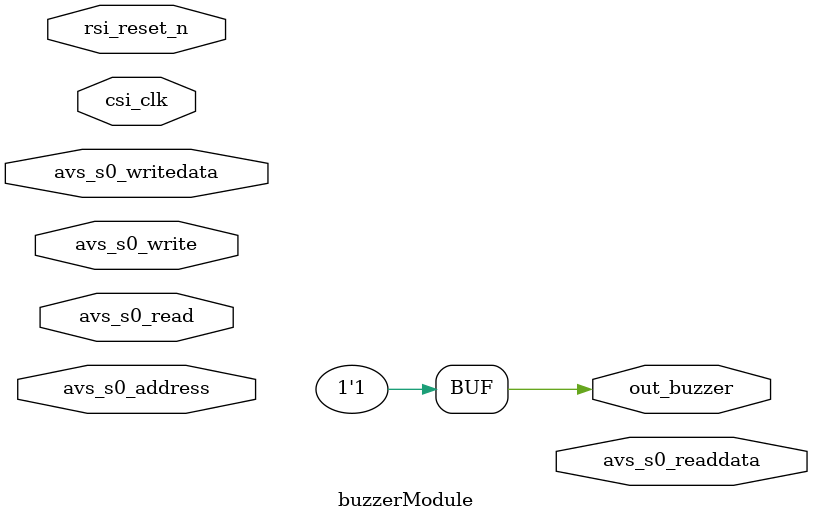
<source format=v>
module buzzerModule(
	input csi_clk,
	input rsi_reset_n,
	
	// Avalon MM
	
	input avs_s0_write,
	input avs_s0_read,
	input[2:0] avs_s0_address,
	input[31:0] avs_s0_writedata,
	
	output[31:0] avs_s0_readdata,
	
	// Output 
	output out_buzzer
);

assign out_buzzer = 1;

endmodule

</source>
